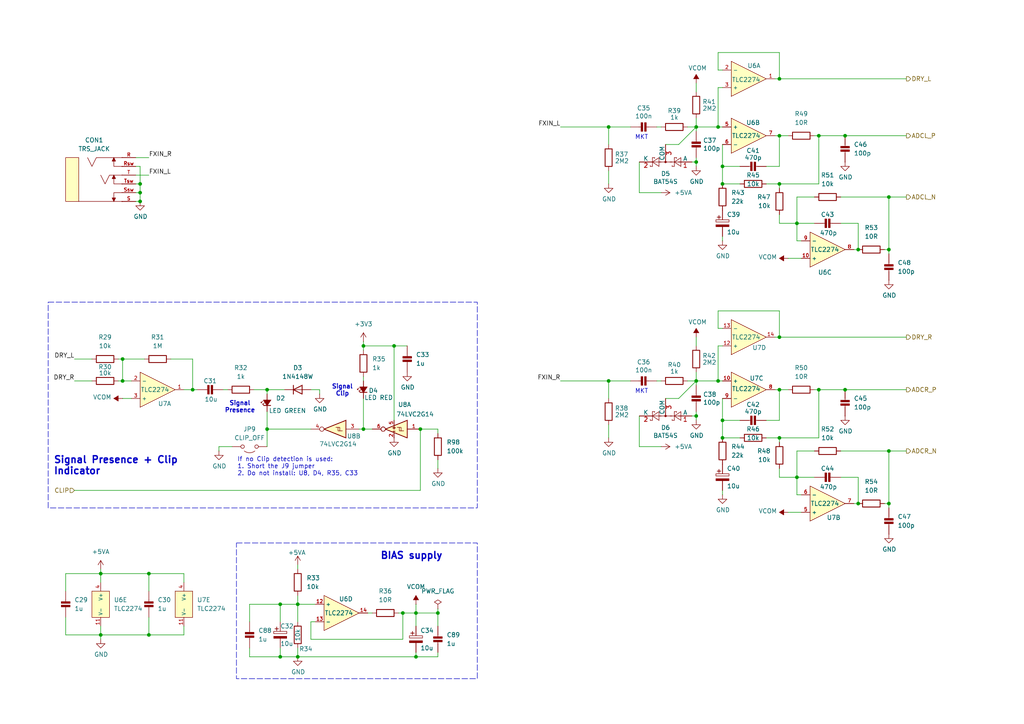
<source format=kicad_sch>
(kicad_sch (version 20231120) (generator "eeschema") (generator_version "8.0")
  (paper "A4")
  (title_block (title "TGX4 ") (date "2024-06-12") (rev "2.0") (company "www.hexefx.com") (comment 1 "Design: Piotr Zapart"))
  (lib_symbols
    (symbol "BAT54S_1" (pin_names (offset 0))
      (property "Reference" "D" (at 2.54 -5.08 0))
      (property "Value" "BAT54S" (at -6.35 3.175 0))
      (symbol "BAT54S_1_0_1"
        (polyline (pts (xy -3.81 0) (xy -1.27 0)))
        (polyline (pts (xy -3.175 -1.27) (xy -3.175 -1.016)))
        (polyline (pts (xy -2.54 -1.27) (xy -3.175 -1.27)))
        (polyline (pts (xy -2.54 -1.27) (xy -2.54 1.27)))
        (polyline (pts (xy -2.54 1.27) (xy -1.905 1.27)))
        (polyline (pts (xy -1.905 0) (xy 1.905 0)))
        (polyline (pts (xy -1.905 1.27) (xy -1.905 1.016)))
        (polyline (pts (xy 1.27 0) (xy 3.81 0)))
        (polyline (pts (xy 3.175 -1.27) (xy 3.175 -1.016)))
        (polyline (pts (xy 3.81 -1.27) (xy 3.175 -1.27)))
        (polyline (pts (xy 3.81 -1.27) (xy 3.81 1.27)))
        (polyline (pts (xy 3.81 1.27) (xy 4.445 1.27)))
        (polyline (pts (xy 4.445 1.27) (xy 4.445 1.016)))
        (polyline (pts (xy -4.445 1.27) (xy -4.445 -1.27) (xy -2.54 0) (xy -4.445 1.27)))
        (polyline (pts (xy 1.905 1.27) (xy 1.905 -1.27) (xy 3.81 0) (xy 1.905 1.27)))
        (circle (center 0 0) (radius 0.254) (fill (type outline)))
      )
      (symbol "BAT54S_1_1_1"
        (pin passive line (at -7.62 0 0) (length 3.81) (name "A") (number "1"))
        (pin passive line (at 7.62 0 180) (length 3.81) (name "K") (number "2"))
        (pin passive line (at 0 -5.08 90) (length 5.08) (name "COM") (number "3"))
      )
    )
    (symbol "Device:LED_Small_Filled" (pin_numbers hide) (pin_names (offset 0.254) hide)
      (property "Reference" "D" (at -1.27 3.175 0))
      (property "Value" "LED_Small_Filled" (at -4.445 -2.54 0))
      (symbol "LED_Small_Filled_0_1"
        (polyline (pts (xy -0.762 -1.016) (xy -0.762 1.016)) (stroke (width 0.254)))
        (polyline (pts (xy 1.016 0) (xy -0.762 0)))
        (polyline (pts (xy 0.762 -1.016) (xy -0.762 0) (xy 0.762 1.016) (xy 0.762 -1.016)) (stroke (width 0.254)) (fill (type outline)))
        (polyline (pts (xy 0 0.762) (xy -0.508 1.27) (xy -0.254 1.27) (xy -0.508 1.27) (xy -0.508 1.016)))
        (polyline (pts (xy 0.508 1.27) (xy 0 1.778) (xy 0.254 1.778) (xy 0 1.778) (xy 0 1.524)))
      )
      (symbol "LED_Small_Filled_1_1"
        (pin passive line (at -2.54 0 0) (length 1.778) (name "K") (number "1"))
        (pin passive line (at 2.54 0 180) (length 1.778) (name "A") (number "2"))
      )
    )
    (symbol "Device:R" (pin_numbers hide) (pin_names (offset 0))
      (property "Reference" "R" (at 2.032 0 90))
      (property "Value" "R" (at 0 0 90))
      (symbol "R_0_1"
        (rectangle (start -1.016 -2.54) (end 1.016 2.54) (stroke (width 0.254)))
      )
      (symbol "R_1_1"
        (pin passive line (at 0 3.81 270) (length 1.27) (name "~") (number "1"))
        (pin passive line (at 0 -3.81 90) (length 1.27) (name "~") (number "2"))
      )
    )
    (symbol "Diode:1N4148W" (pin_numbers hide) (pin_names hide)
      (property "Reference" "D" (at 0 2.54 0))
      (property "Value" "1N4148W" (at 0 -2.54 0))
      (symbol "1N4148W_0_1"
        (polyline (pts (xy -1.27 1.27) (xy -1.27 -1.27)) (stroke (width 0.254)))
        (polyline (pts (xy 1.27 0) (xy -1.27 0)))
        (polyline (pts (xy 1.27 1.27) (xy 1.27 -1.27) (xy -1.27 0) (xy 1.27 1.27)) (stroke (width 0.254)))
      )
      (symbol "1N4148W_1_1"
        (pin passive line (at -3.81 0 0) (length 2.54) (name "K") (number "1"))
        (pin passive line (at 3.81 0 180) (length 2.54) (name "A") (number "2"))
      )
    )
    (symbol "Diode:BAT54S" (pin_names (offset 0))
      (property "Reference" "D" (at 2.54 -5.08 0))
      (property "Value" "BAT54S" (at -6.35 3.175 0))
      (symbol "BAT54S_0_1"
        (polyline (pts (xy -3.81 0) (xy -1.27 0)))
        (polyline (pts (xy -3.175 -1.27) (xy -3.175 -1.016)))
        (polyline (pts (xy -2.54 -1.27) (xy -3.175 -1.27)))
        (polyline (pts (xy -2.54 -1.27) (xy -2.54 1.27)))
        (polyline (pts (xy -2.54 1.27) (xy -1.905 1.27)))
        (polyline (pts (xy -1.905 0) (xy 1.905 0)))
        (polyline (pts (xy -1.905 1.27) (xy -1.905 1.016)))
        (polyline (pts (xy 1.27 0) (xy 3.81 0)))
        (polyline (pts (xy 3.175 -1.27) (xy 3.175 -1.016)))
        (polyline (pts (xy 3.81 -1.27) (xy 3.175 -1.27)))
        (polyline (pts (xy 3.81 -1.27) (xy 3.81 1.27)))
        (polyline (pts (xy 3.81 1.27) (xy 4.445 1.27)))
        (polyline (pts (xy 4.445 1.27) (xy 4.445 1.016)))
        (polyline (pts (xy -4.445 1.27) (xy -4.445 -1.27) (xy -2.54 0) (xy -4.445 1.27)))
        (polyline (pts (xy 1.905 1.27) (xy 1.905 -1.27) (xy 3.81 0) (xy 1.905 1.27)))
        (circle (center 0 0) (radius 0.254) (fill (type outline)))
      )
      (symbol "BAT54S_1_1"
        (pin passive line (at -7.62 0 0) (length 3.81) (name "A") (number "1"))
        (pin passive line (at 7.62 0 180) (length 3.81) (name "K") (number "2"))
        (pin passive line (at 0 -5.08 90) (length 5.08) (name "COM") (number "3"))
      )
    )
    (symbol "H_74XX:74LVC2G14" (pin_names (offset 1.016))
      (property "Reference" "U" (at -2.54 3.81 0))
      (property "Value" "74LVC2G14" (at 6.35 -1.778 0))
      (symbol "74LVC2G14_0_1"
        (polyline (pts (xy -2.794 -0.508) (xy -2.032 -0.508)))
        (polyline (pts (xy -1.524 0.508) (xy -0.889 0.508)))
        (polyline (pts (xy -3.81 2.54) (xy -3.81 -2.54) (xy 2.54 0) (xy -3.81 2.54)) (stroke (width 0.254)) (fill (type background)))
        (polyline (pts (xy -2.032 -0.508) (xy -1.524 -0.508) (xy -1.524 0.508) (xy -2.032 0.508) (xy -2.032 -0.508)))
      )
      (symbol "74LVC2G14_1_1"
        (polyline (pts (xy -0.381 0.381) (xy 0.381 0.381)) (stroke (width 0.254)))
        (polyline (pts (xy -0.254 -0.635) (xy 0.254 -0.635)) (stroke (width 0.254)))
        (polyline (pts (xy 0 0.762) (xy 0 0)) (stroke (width 0.254)))
        (pin input line (at -7.62 0 0) (length 3.81) (name "~") (number "1"))
        (pin power_in line (at 0 -2.54 90) (length 1.4478) (name "~") (number "2"))
        (pin power_in line (at 0 2.54 270) (length 1.4478) (name "~") (number "5"))
        (pin output inverted (at 6.35 0 180) (length 3.81) (name "~") (number "6"))
      )
      (symbol "74LVC2G14_2_1"
        (pin input line (at -7.62 0 0) (length 3.81) (name "~") (number "3"))
        (pin output inverted (at 6.35 0 180) (length 3.81) (name "~") (number "4"))
      )
    )
    (symbol "H_connectors:TRS_JACK" (pin_names (offset 1.016))
      (property "Reference" "CON" (at 0 8.89 0))
      (property "Value" "TRS_JACK" (at 1.27 -8.89 0))
      (symbol "TRS_JACK_0_1"
        (rectangle (start -8.89 6.35) (end -5.08 -6.35) (stroke (width 0.1524)) (fill (type background)))
        (polyline (pts (xy -5.08 -6.35) (xy 7.62 -6.35)) (stroke (width 0.1524)))
        (polyline (pts (xy -2.54 6.35) (xy -1.27 3.81) (xy 0 6.35) (xy 7.62 6.35)) (stroke (width 0.1524)))
        (polyline (pts (xy 5.08 -6.35) (xy 4.572 -5.334) (xy 5.588 -5.334) (xy 5.08 -6.35)) (stroke (width 0.1524)) (fill (type outline)))
        (polyline (pts (xy 5.08 1.27) (xy 4.572 0.254) (xy 5.588 0.254) (xy 5.08 1.27)) (stroke (width 0.1524)) (fill (type outline)))
        (polyline (pts (xy 5.08 6.35) (xy 4.572 5.334) (xy 5.588 5.334) (xy 5.08 6.35)) (stroke (width 0.1524)) (fill (type outline)))
        (polyline (pts (xy 6.858 -3.81) (xy 7.62 -3.81) (xy 5.08 -3.81) (xy 5.08 -6.35)) (stroke (width 0.1524)))
        (polyline (pts (xy 6.858 -1.27) (xy 7.62 -1.27) (xy 5.08 -1.27) (xy 5.08 1.27)) (stroke (width 0.1524)))
        (polyline (pts (xy 6.858 3.81) (xy 7.62 3.81) (xy 5.08 3.81) (xy 5.08 6.35)) (stroke (width 0.1524)))
        (polyline (pts (xy 7.62 1.27) (xy 3.81 1.27) (xy 2.54 -1.27) (xy 1.27 1.27)) (stroke (width 0.1524)))
      )
      (symbol "TRS_JACK_1_1"
        (pin passive line (at 11.43 6.35 180) (length 4.064) (name "~") (number "R"))
        (pin passive line (at 11.43 3.81 180) (length 4.064) (name "~") (number "Rsw"))
        (pin passive line (at 11.43 -6.35 180) (length 4.064) (name "~") (number "S"))
        (pin passive line (at 11.43 -3.81 180) (length 4.064) (name "~") (number "Ssw"))
        (pin passive line (at 11.43 1.27 180) (length 4.064) (name "~") (number "T"))
        (pin passive line (at 11.43 -1.27 180) (length 4.064) (name "~") (number "Tsw"))
      )
    )
    (symbol "H_linear:QuadOpamp"
      (property "Reference" "U" (at 0.127 4.826 0))
      (property "Value" "QuadOpamp" (at 0.635 -5.207 0))
      (symbol "QuadOpamp_1_1"
        (polyline (pts (xy -2.54 5.08) (xy 7.62 0) (xy -2.54 -5.08) (xy -2.54 5.08)) (stroke (width 0.1524)) (fill (type background)))
        (pin output line (at 10.16 0 180) (length 2.54) (name "~") (number "1"))
        (pin input line (at -5.08 -2.54 0) (length 2.54) (name "-") (number "2"))
        (pin input line (at -5.08 2.54 0) (length 2.54) (name "+") (number "3"))
      )
      (symbol "QuadOpamp_2_1"
        (polyline (pts (xy -2.54 5.08) (xy -2.54 -5.08) (xy 7.62 0) (xy -2.54 5.08)) (stroke (width 0.1524)) (fill (type background)))
        (pin input line (at -5.08 2.54 0) (length 2.54) (name "+") (number "5"))
        (pin input line (at -5.08 -2.54 0) (length 2.54) (name "-") (number "6"))
        (pin output line (at 10.16 0 180) (length 2.54) (name "~") (number "7"))
      )
      (symbol "QuadOpamp_3_1"
        (polyline (pts (xy -2.54 5.08) (xy 7.62 0) (xy -2.54 -5.08) (xy -2.54 5.08)) (stroke (width 0.1524)) (fill (type background)))
        (pin input line (at -5.08 2.54 0) (length 2.54) (name "+") (number "10"))
        (pin output line (at 10.16 0 180) (length 2.54) (name "~") (number "8"))
        (pin input line (at -5.08 -2.54 0) (length 2.54) (name "-") (number "9"))
      )
      (symbol "QuadOpamp_4_1"
        (polyline (pts (xy -2.54 5.08) (xy 7.62 0) (xy -2.54 -5.08) (xy -2.54 5.08)) (stroke (width 0.1524)) (fill (type background)))
        (pin input line (at -5.08 2.54 0) (length 2.54) (name "+") (number "12"))
        (pin input line (at -5.08 -2.54 0) (length 2.54) (name "-") (number "13"))
        (pin output line (at 10.16 0 180) (length 2.54) (name "~") (number "14"))
      )
      (symbol "QuadOpamp_5_1"
        (rectangle (start -2.54 3.81) (end 2.54 -3.81) (fill (type background)))
        (pin power_in line (at 0 -6.35 90) (length 2.54) (name "V-") (number "11"))
        (pin power_in line (at 0 6.35 270) (length 2.54) (name "V+") (number "4"))
      )
    )
    (symbol "H_passives:CAP_NP" (pin_names (offset 1.016))
      (property "Reference" "C" (at -2.286 -0.0254 90))
      (property "Value" "CAP_NP" (at 2.286 -0.0254 90))
      (symbol "CAP_NP_1_0"
        (rectangle (start -1.27 -0.762) (end 1.27 -0.254) (fill (type outline)))
        (rectangle (start -1.27 0.254) (end 1.27 0.762) (fill (type outline)))
        (polyline (pts (xy 0 -0.508) (xy 0 -1.27)))
        (polyline (pts (xy 0 1.27) (xy 0 0.508)))
        (pin passive line (at 0 3.81 270) (length 2.54) (name "1") (number "1"))
        (pin passive line (at 0 -3.81 90) (length 2.54) (name "2") (number "2"))
      )
    )
    (symbol "H_passives:CAP_POL" (pin_numbers hide) (pin_names (offset 0.254))
      (property "Reference" "C" (at 0 2.54 0))
      (property "Value" "CAP_POL" (at 0.1524 -2.159 0))
      (symbol "CAP_POL_0_1"
        (rectangle (start -1.905 -0.381) (end 1.905 -1.016) (stroke (width 0.1016)) (fill (type outline)))
        (rectangle (start -1.905 1.016) (end 1.905 0.381) (stroke (width 0.1524)))
        (polyline (pts (xy -1.524 1.778) (xy -0.508 1.778)) (stroke (width 0.2032)))
        (polyline (pts (xy -1.016 2.286) (xy -1.016 1.27)) (stroke (width 0.2032)))
      )
      (symbol "CAP_POL_1_1"
        (pin passive line (at 0 3.81 270) (length 2.794) (name "~") (number "1"))
        (pin passive line (at 0 -3.81 90) (length 2.8956) (name "~") (number "2"))
      )
    )
    (symbol "Jumper:Jumper_2_Open" (pin_numbers hide) (pin_names (offset 0) hide) (exclude_from_sim yes)
      (property "Reference" "JP" (at 0 2.794 0))
      (property "Value" "Jumper_2_Open" (at 0 -2.286 0))
      (symbol "Jumper_2_Open_0_0"
        (circle (center -2.032 0) (radius 0.508))
        (circle (center 2.032 0) (radius 0.508))
      )
      (symbol "Jumper_2_Open_0_1"
        (arc (start 1.524 1.27) (mid 0 1.778) (end -1.524 1.27))
      )
      (symbol "Jumper_2_Open_1_1"
        (pin passive line (at -5.08 0 0) (length 2.54) (name "A") (number "1"))
        (pin passive line (at 5.08 0 180) (length 2.54) (name "B") (number "2"))
      )
    )
    (symbol "power:+3V3" (power) (pin_numbers hide) (pin_names (offset 0) hide)
      (property "Value" "+3V3" (at 0 3.556 0))
      (symbol "+3V3_0_1"
        (polyline (pts (xy -0.762 1.27) (xy 0 2.54)))
        (polyline (pts (xy 0 0) (xy 0 2.54)))
        (polyline (pts (xy 0 2.54) (xy 0.762 1.27)))
      )
      (symbol "+3V3_1_1"
        (pin power_in line (at 0 0 90) (length 0) (name "~") (number "1"))
      )
    )
    (symbol "power:+5VA" (power) (pin_numbers hide) (pin_names (offset 0) hide)
      (property "Value" "+5VA" (at 0 3.556 0))
      (symbol "+5VA_0_1"
        (polyline (pts (xy -0.762 1.27) (xy 0 2.54)))
        (polyline (pts (xy 0 0) (xy 0 2.54)))
        (polyline (pts (xy 0 2.54) (xy 0.762 1.27)))
      )
      (symbol "+5VA_1_1"
        (pin power_in line (at 0 0 90) (length 0) (name "~") (number "1"))
      )
    )
    (symbol "power:GND" (power) (pin_numbers hide) (pin_names (offset 0) hide)
      (property "Value" "GND" (at 0 -3.81 0))
      (symbol "GND_0_1"
        (polyline (pts (xy 0 0) (xy 0 -1.27) (xy 1.27 -1.27) (xy 0 -2.54) (xy -1.27 -1.27) (xy 0 -1.27)))
      )
      (symbol "GND_1_1"
        (pin power_in line (at 0 0 270) (length 0) (name "~") (number "1"))
      )
    )
    (symbol "power:PWR_FLAG" (power) (pin_numbers hide) (pin_names (offset 0) hide)
      (property "Value" "PWR_FLAG" (at 0 3.81 0))
      (symbol "PWR_FLAG_0_0"
        (pin power_out line (at 0 0 90) (length 0) (name "~") (number "1"))
      )
      (symbol "PWR_FLAG_0_1"
        (polyline (pts (xy 0 0) (xy 0 1.27) (xy -1.016 1.905) (xy 0 2.54) (xy 1.016 1.905) (xy 0 1.27)))
      )
    )
    (symbol "power:VCOM" (power) (pin_numbers hide) (pin_names (offset 0) hide)
      (property "Value" "VCOM" (at 0 3.556 0))
      (symbol "VCOM_0_1"
        (polyline (pts (xy 0 0) (xy 0 2.54)))
        (polyline (pts (xy 0.762 1.27) (xy -0.762 1.27) (xy 0 2.54) (xy 0.762 1.27)) (fill (type outline)))
      )
      (symbol "VCOM_1_1"
        (pin power_in line (at 0 0 90) (length 0) (name "~") (number "1"))
      )
    )
  )
  (junction (at 86.36 175.26))
  (junction (at 120.65 177.8))
  (junction (at 231.14 64.77))
  (junction (at 116.84 177.8))
  (junction (at 209.55 121.92))
  (junction (at 35.56 110.49))
  (junction (at 77.47 113.03))
  (junction (at 201.93 46.99))
  (junction (at 226.06 39.37))
  (junction (at 176.53 36.83))
  (junction (at 114.3 100.33))
  (junction (at 35.56 104.14))
  (junction (at 209.55 53.34))
  (junction (at 201.93 110.49))
  (junction (at 226.06 22.86))
  (junction (at 237.49 113.03))
  (junction (at 105.41 124.46))
  (junction (at 81.28 190.5))
  (junction (at 237.49 39.37))
  (junction (at 248.92 72.39))
  (junction (at 226.06 53.34))
  (junction (at 231.14 138.43))
  (junction (at 208.28 110.49))
  (junction (at 201.93 120.65))
  (junction (at 257.81 130.81))
  (junction (at 257.81 57.15))
  (junction (at 209.55 127))
  (junction (at 208.28 36.83))
  (junction (at 257.81 72.39))
  (junction (at 29.21 184.15))
  (junction (at 55.88 113.03))
  (junction (at 105.41 100.33))
  (junction (at 257.81 146.05))
  (junction (at 29.21 166.37))
  (junction (at 201.93 36.83))
  (junction (at 226.06 97.79))
  (junction (at 43.18 184.15))
  (junction (at 40.64 53.34))
  (junction (at 176.53 110.49))
  (junction (at 248.92 146.05))
  (junction (at 127 177.8))
  (junction (at 43.18 166.37))
  (junction (at 245.11 113.03))
  (junction (at 226.06 113.03))
  (junction (at 40.64 58.42))
  (junction (at 226.06 127))
  (junction (at 77.47 124.46))
  (junction (at 86.36 190.5))
  (junction (at 209.55 48.26))
  (junction (at 245.11 39.37))
  (junction (at 121.92 124.46))
  (junction (at 120.65 190.5))
  (junction (at 40.64 55.88))
  (junction (at 81.28 175.26))
  (wire (pts (xy 92.71 114.3) (xy 92.71 113.03)))
  (wire (pts (xy 231.14 57.15) (xy 236.22 57.15)))
  (wire (pts (xy 237.49 39.37) (xy 236.22 39.37)))
  (wire (pts (xy 231.14 143.51) (xy 231.14 138.43)))
  (wire (pts (xy 257.81 130.81) (xy 257.81 146.05)))
  (wire (pts (xy 208.28 20.32) (xy 208.28 15.24)))
  (wire (pts (xy 237.49 113.03) (xy 237.49 127)))
  (wire (pts (xy 237.49 39.37) (xy 245.11 39.37)))
  (wire (pts (xy 201.93 46.99) (xy 201.93 45.72)))
  (wire (pts (xy 53.34 184.15) (xy 53.34 181.61)))
  (wire (pts (xy 214.63 53.34) (xy 209.55 53.34)))
  (wire (pts (xy 127 181.61) (xy 127 177.8)))
  (wire (pts (xy 105.41 99.06) (xy 105.41 100.33)))
  (wire (pts (xy 77.47 114.3) (xy 77.47 113.03)))
  (wire (pts (xy 199.39 36.83) (xy 201.93 36.83)))
  (wire (pts (xy 176.53 49.53) (xy 176.53 53.34)))
  (wire (pts (xy 209.55 53.34) (xy 209.55 48.26)))
  (wire (pts (xy 248.92 72.39) (xy 248.92 64.77)))
  (wire (pts (xy 209.55 95.25) (xy 208.28 95.25)))
  (wire (pts (xy 185.42 129.54) (xy 185.42 120.65)))
  (wire (pts (xy 43.18 184.15) (xy 53.34 184.15)))
  (wire (pts (xy 176.53 123.19) (xy 176.53 127)))
  (wire (pts (xy 209.55 115.57) (xy 209.55 121.92)))
  (wire (pts (xy 121.92 124.46) (xy 127 124.46)))
  (wire (pts (xy 247.65 72.39) (xy 248.92 72.39)))
  (wire (pts (xy 248.92 146.05) (xy 248.92 138.43)))
  (wire (pts (xy 86.36 175.26) (xy 81.28 175.26)))
  (wire (pts (xy 29.21 166.37) (xy 19.05 166.37)))
  (wire (pts (xy 86.36 190.5) (xy 120.65 190.5)))
  (wire (pts (xy 35.56 104.14) (xy 41.91 104.14)))
  (wire (pts (xy 40.64 55.88) (xy 40.64 53.34)))
  (wire (pts (xy 185.42 55.88) (xy 185.42 46.99)))
  (wire (pts (xy 29.21 166.37) (xy 43.18 166.37)))
  (wire (pts (xy 105.41 124.46) (xy 107.95 124.46)))
  (wire (pts (xy 226.06 53.34) (xy 222.25 53.34)))
  (wire (pts (xy 35.56 110.49) (xy 38.1 110.49)))
  (wire (pts (xy 208.28 110.49) (xy 201.93 110.49)))
  (wire (pts (xy 201.93 111.76) (xy 201.93 110.49)))
  (wire (pts (xy 77.47 113.03) (xy 82.55 113.03)))
  (wire (pts (xy 39.37 45.72) (xy 43.18 45.72)))
  (wire (pts (xy 209.55 110.49) (xy 208.28 110.49)))
  (wire (pts (xy 231.14 64.77) (xy 236.22 64.77)))
  (wire (pts (xy 81.28 190.5) (xy 72.39 190.5)))
  (wire (pts (xy 121.92 124.46) (xy 121.92 142.24)))
  (wire (pts (xy 222.25 121.92) (xy 226.06 121.92)))
  (wire (pts (xy 53.34 113.03) (xy 55.88 113.03)))
  (wire (pts (xy 231.14 69.85) (xy 231.14 64.77)))
  (wire (pts (xy 193.04 41.91) (xy 196.85 41.91)))
  (wire (pts (xy 162.56 36.83) (xy 176.53 36.83)))
  (wire (pts (xy 226.06 138.43) (xy 231.14 138.43)))
  (wire (pts (xy 29.21 184.15) (xy 43.18 184.15)))
  (wire (pts (xy 107.95 177.8) (xy 106.68 177.8)))
  (wire (pts (xy 228.6 113.03) (xy 226.06 113.03)))
  (wire (pts (xy 208.28 25.4) (xy 209.55 25.4)))
  (wire (pts (xy 243.84 130.81) (xy 257.81 130.81)))
  (wire (pts (xy 231.14 130.81) (xy 236.22 130.81)))
  (wire (pts (xy 21.59 110.49) (xy 26.67 110.49)))
  (wire (pts (xy 73.66 113.03) (xy 77.47 113.03)))
  (wire (pts (xy 237.49 113.03) (xy 245.11 113.03)))
  (wire (pts (xy 86.36 187.96) (xy 86.36 190.5)))
  (wire (pts (xy 228.6 148.59) (xy 232.41 148.59)))
  (wire (pts (xy 72.39 175.26) (xy 72.39 180.34)))
  (wire (pts (xy 40.64 53.34) (xy 40.64 48.26)))
  (wire (pts (xy 228.6 74.93) (xy 232.41 74.93)))
  (wire (pts (xy 243.84 138.43) (xy 248.92 138.43)))
  (wire (pts (xy 208.28 100.33) (xy 208.28 110.49)))
  (wire (pts (xy 237.49 39.37) (xy 237.49 53.34)))
  (wire (pts (xy 208.28 36.83) (xy 208.28 25.4)))
  (wire (pts (xy 162.56 110.49) (xy 176.53 110.49)))
  (wire (pts (xy 201.93 48.26) (xy 201.93 46.99)))
  (wire (pts (xy 209.55 142.24) (xy 209.55 143.51)))
  (wire (pts (xy 57.15 113.03) (xy 55.88 113.03)))
  (wire (pts (xy 257.81 57.15) (xy 257.81 72.39)))
  (wire (pts (xy 214.63 127) (xy 209.55 127)))
  (wire (pts (xy 34.29 110.49) (xy 35.56 110.49)))
  (wire (pts (xy 90.17 180.34) (xy 90.17 185.42)))
  (wire (pts (xy 226.06 62.23) (xy 226.06 64.77)))
  (wire (pts (xy 21.59 142.24) (xy 121.92 142.24)))
  (wire (pts (xy 86.36 163.83) (xy 86.36 165.1)))
  (wire (pts (xy 257.81 72.39) (xy 256.54 72.39)))
  (wire (pts (xy 228.6 39.37) (xy 226.06 39.37)))
  (wire (pts (xy 209.55 41.91) (xy 209.55 48.26)))
  (wire (pts (xy 105.41 115.57) (xy 105.41 124.46)))
  (wire (pts (xy 90.17 185.42) (xy 116.84 185.42)))
  (wire (pts (xy 226.06 135.89) (xy 226.06 138.43)))
  (wire (pts (xy 77.47 124.46) (xy 77.47 129.54)))
  (wire (pts (xy 40.64 58.42) (xy 39.37 58.42)))
  (wire (pts (xy 67.31 129.54) (xy 63.5 129.54)))
  (wire (pts (xy 39.37 55.88) (xy 40.64 55.88)))
  (wire (pts (xy 257.81 130.81) (xy 262.89 130.81)))
  (wire (pts (xy 176.53 110.49) (xy 176.53 115.57)))
  (wire (pts (xy 237.49 53.34) (xy 226.06 53.34)))
  (wire (pts (xy 226.06 64.77) (xy 231.14 64.77)))
  (wire (pts (xy 40.64 55.88) (xy 40.64 58.42)))
  (wire (pts (xy 237.49 127) (xy 226.06 127)))
  (wire (pts (xy 226.06 90.17) (xy 226.06 97.79)))
  (wire (pts (xy 104.14 124.46) (xy 105.41 124.46)))
  (wire (pts (xy 176.53 110.49) (xy 182.88 110.49)))
  (wire (pts (xy 190.5 36.83) (xy 191.77 36.83)))
  (wire (pts (xy 81.28 175.26) (xy 72.39 175.26)))
  (wire (pts (xy 120.65 177.8) (xy 120.65 181.61)))
  (wire (pts (xy 226.06 127) (xy 226.06 128.27)))
  (wire (pts (xy 208.28 15.24) (xy 226.06 15.24)))
  (wire (pts (xy 232.41 143.51) (xy 231.14 143.51)))
  (wire (pts (xy 201.93 121.92) (xy 201.93 120.65)))
  (wire (pts (xy 245.11 39.37) (xy 262.89 39.37)))
  (wire (pts (xy 90.17 113.03) (xy 92.71 113.03)))
  (wire (pts (xy 231.14 138.43) (xy 236.22 138.43)))
  (wire (pts (xy 226.06 127) (xy 222.25 127)))
  (wire (pts (xy 114.3 121.92) (xy 114.3 100.33)))
  (wire (pts (xy 35.56 104.14) (xy 34.29 104.14)))
  (wire (pts (xy 201.93 38.1) (xy 201.93 36.83)))
  (wire (pts (xy 39.37 50.8) (xy 43.18 50.8)))
  (wire (pts (xy 201.93 34.29) (xy 201.93 36.83)))
  (wire (pts (xy 201.93 120.65) (xy 201.93 119.38)))
  (wire (pts (xy 105.41 109.22) (xy 105.41 110.49)))
  (wire (pts (xy 208.28 90.17) (xy 226.06 90.17)))
  (wire (pts (xy 226.06 22.86) (xy 224.79 22.86)))
  (wire (pts (xy 209.55 100.33) (xy 208.28 100.33)))
  (wire (pts (xy 116.84 177.8) (xy 115.57 177.8)))
  (wire (pts (xy 81.28 175.26) (xy 81.28 180.34)))
  (wire (pts (xy 176.53 36.83) (xy 176.53 41.91)))
  (wire (pts (xy 55.88 104.14) (xy 49.53 104.14)))
  (wire (pts (xy 116.84 185.42) (xy 116.84 177.8)))
  (wire (pts (xy 86.36 175.26) (xy 91.44 175.26)))
  (wire (pts (xy 222.25 48.26) (xy 226.06 48.26)))
  (wire (pts (xy 191.77 129.54) (xy 185.42 129.54)))
  (wire (pts (xy 199.39 110.49) (xy 201.93 110.49)))
  (wire (pts (xy 193.04 115.57) (xy 196.85 115.57)))
  (wire (pts (xy 209.55 127) (xy 209.55 121.92)))
  (wire (pts (xy 127 133.35) (xy 127 135.89)))
  (wire (pts (xy 209.55 48.26) (xy 214.63 48.26)))
  (wire (pts (xy 257.81 146.05) (xy 257.81 147.32)))
  (wire (pts (xy 81.28 190.5) (xy 81.28 187.96)))
  (wire (pts (xy 29.21 166.37) (xy 29.21 168.91)))
  (wire (pts (xy 21.59 104.14) (xy 26.67 104.14)))
  (wire (pts (xy 243.84 57.15) (xy 257.81 57.15)))
  (wire (pts (xy 176.53 36.83) (xy 182.88 36.83)))
  (wire (pts (xy 201.93 97.79) (xy 201.93 100.33)))
  (wire (pts (xy 243.84 64.77) (xy 248.92 64.77)))
  (wire (pts (xy 86.36 172.72) (xy 86.36 175.26)))
  (wire (pts (xy 208.28 36.83) (xy 201.93 36.83)))
  (wire (pts (xy 77.47 124.46) (xy 77.47 119.38)))
  (wire (pts (xy 201.93 24.13) (xy 201.93 26.67)))
  (wire (pts (xy 86.36 175.26) (xy 86.36 180.34)))
  (wire (pts (xy 43.18 179.07) (xy 43.18 184.15)))
  (wire (pts (xy 226.06 97.79) (xy 262.89 97.79)))
  (wire (pts (xy 226.06 48.26) (xy 226.06 39.37)))
  (wire (pts (xy 232.41 69.85) (xy 231.14 69.85)))
  (wire (pts (xy 224.79 97.79) (xy 226.06 97.79)))
  (wire (pts (xy 105.41 100.33) (xy 105.41 101.6)))
  (wire (pts (xy 127 125.73) (xy 127 124.46)))
  (wire (pts (xy 81.28 190.5) (xy 86.36 190.5)))
  (wire (pts (xy 29.21 184.15) (xy 19.05 184.15)))
  (wire (pts (xy 127 177.8) (xy 120.65 177.8)))
  (wire (pts (xy 257.81 72.39) (xy 257.81 73.66)))
  (wire (pts (xy 257.81 57.15) (xy 262.89 57.15)))
  (wire (pts (xy 29.21 184.15) (xy 29.21 185.42)))
  (wire (pts (xy 226.06 22.86) (xy 262.89 22.86)))
  (wire (pts (xy 19.05 166.37) (xy 19.05 171.45)))
  (wire (pts (xy 209.55 68.58) (xy 209.55 69.85)))
  (wire (pts (xy 72.39 190.5) (xy 72.39 187.96)))
  (wire (pts (xy 257.81 146.05) (xy 256.54 146.05)))
  (wire (pts (xy 247.65 146.05) (xy 248.92 146.05)))
  (wire (pts (xy 208.28 95.25) (xy 208.28 90.17)))
  (wire (pts (xy 191.77 55.88) (xy 185.42 55.88)))
  (wire (pts (xy 226.06 15.24) (xy 226.06 22.86)))
  (wire (pts (xy 226.06 39.37) (xy 224.79 39.37)))
  (wire (pts (xy 245.11 113.03) (xy 262.89 113.03)))
  (wire (pts (xy 196.85 41.91) (xy 201.93 36.83)))
  (wire (pts (xy 35.56 110.49) (xy 35.56 104.14)))
  (wire (pts (xy 237.49 113.03) (xy 236.22 113.03)))
  (wire (pts (xy 77.47 124.46) (xy 90.17 124.46)))
  (wire (pts (xy 190.5 110.49) (xy 191.77 110.49)))
  (wire (pts (xy 196.85 115.57) (xy 201.93 110.49)))
  (wire (pts (xy 127 190.5) (xy 127 189.23)))
  (wire (pts (xy 209.55 121.92) (xy 214.63 121.92)))
  (wire (pts (xy 200.66 46.99) (xy 201.93 46.99)))
  (wire (pts (xy 114.3 100.33) (xy 118.11 100.33)))
  (wire (pts (xy 35.56 115.57) (xy 38.1 115.57)))
  (wire (pts (xy 231.14 138.43) (xy 231.14 130.81)))
  (wire (pts (xy 200.66 120.65) (xy 201.93 120.65)))
  (wire (pts (xy 90.17 180.34) (xy 91.44 180.34)))
  (wire (pts (xy 63.5 129.54) (xy 63.5 130.81)))
  (wire (pts (xy 201.93 107.95) (xy 201.93 110.49)))
  (wire (pts (xy 40.64 48.26) (xy 39.37 48.26)))
  (wire (pts (xy 120.65 190.5) (xy 120.65 189.23)))
  (wire (pts (xy 209.55 36.83) (xy 208.28 36.83)))
  (wire (pts (xy 226.06 113.03) (xy 224.79 113.03)))
  (wire (pts (xy 55.88 104.14) (xy 55.88 113.03)))
  (wire (pts (xy 43.18 166.37) (xy 53.34 166.37)))
  (wire (pts (xy 43.18 166.37) (xy 43.18 171.45)))
  (wire (pts (xy 231.14 64.77) (xy 231.14 57.15)))
  (wire (pts (xy 114.3 100.33) (xy 105.41 100.33)))
  (wire (pts (xy 40.64 53.34) (xy 39.37 53.34)))
  (wire (pts (xy 127 176.53) (xy 127 177.8)))
  (wire (pts (xy 226.06 121.92) (xy 226.06 113.03)))
  (wire (pts (xy 29.21 181.61) (xy 29.21 184.15)))
  (wire (pts (xy 120.65 175.26) (xy 120.65 177.8)))
  (wire (pts (xy 208.28 20.32) (xy 209.55 20.32)))
  (wire (pts (xy 53.34 166.37) (xy 53.34 168.91)))
  (wire (pts (xy 120.65 177.8) (xy 116.84 177.8)))
  (wire (pts (xy 29.21 165.1) (xy 29.21 166.37)))
  (wire (pts (xy 226.06 53.34) (xy 226.06 54.61)))
  (wire (pts (xy 64.77 113.03) (xy 66.04 113.03)))
  (wire (pts (xy 120.65 190.5) (xy 127 190.5)))
  (wire (pts (xy 19.05 184.15) (xy 19.05 179.07)))
  (rectangle (start 68.58 157.48) (end 138.43 196.85) (stroke (width 0) (type dash)))
  (rectangle (start 13.97 87.63) (end 138.43 147.32) (stroke (width 0) (type dash)))
  (text "MKT" (at 184.15 114.3 0) (effects (font (size 1.27 1.27)) (justify left bottom)))
  (text "If no Clip detection is used:\n1. Short the J9 jumper\n2. Do not install: U8, D4, R35, C33" (at 68.834 135.382 0) (effects (font (size 1.27 1.27)) (justify left)))
  (text "Signal Presence + Clip\nIndicator" (at 15.494 135.128 0) (effects (font (size 2 2) (bold yes)) (justify left)))
  (text "BIAS supply" (at 110.236 161.29 0) (effects (font (size 2 2) (bold yes)) (justify left)))
  (text "Signal\nPresence" (at 69.596 118.11 0) (effects (font (size 1.27 1.27) (bold yes))))
  (text "Signal\nClip" (at 99.314 113.284 0) (effects (font (size 1.27 1.27) (bold yes))))
  (text "MKT" (at 184.15 40.64 0) (effects (font (size 1.27 1.27)) (justify left bottom)))
  (label "FXIN_R" (at 43.18 45.72 0))
  (label "DRY_R" (at 21.59 110.49 180))
  (label "DRY_L" (at 21.59 104.14 180))
  (label "FXIN_L" (at 43.18 50.8 0))
  (label "FXIN_R" (at 162.56 110.49 180))
  (label "FXIN_L" (at 162.56 36.83 180))
  (hierarchical_label "ADCL_P" (shape output) (at 262.89 39.37 0))
  (hierarchical_label "DRY_L" (shape output) (at 262.89 22.86 0))
  (hierarchical_label "ADCR_N" (shape output) (at 262.89 130.81 0))
  (hierarchical_label "ADCL_N" (shape output) (at 262.89 57.15 0))
  (hierarchical_label "DRY_R" (shape output) (at 262.89 97.79 0))
  (hierarchical_label "CLIP" (shape input) (at 21.59 142.24 180))
  (hierarchical_label "ADCR_P" (shape output) (at 262.89 113.03 0))
  (symbol (lib_id "H_linear:QuadOpamp") (at 96.52 177.8 0) (unit 4)
    (property "Reference" "U6" (at 100.33 173.736 0))
    (property "Value" "TLC2274" (at 98.298 177.8 0))
    (property "Footprint" "Package_SO:SO-14_3.9x8.65mm_P1.27mm" (effects (hide yes)))
  )
  (symbol (lib_id "Device:R") (at 30.48 110.49 270) (unit 1)
    (property "Reference" "R30" (at 30.48 106.426 90))
    (property "Value" "10k" (at 30.48 108.204 90))
    (property "Footprint" "H_smd_passives:Hx_R_0805_2012Metric" (effects (hide yes)))
  )
  (symbol (lib_id "Device:R") (at 195.58 110.49 270) (unit 1)
    (property "Reference" "R40" (at 195.58 105.791 90))
    (property "Value" "1k" (at 195.58 107.7214 90))
    (property "Footprint" "H_smd_passives:Hx_R_0805_2012Metric" (effects (hide yes)))
  )
  (symbol (lib_id "H_passives:CAP_NP") (at 60.96 113.03 270) (unit 1)
    (property "Reference" "C31" (at 60.96 110.49 90))
    (property "Value" "10u" (at 61.214 115.824 90))
    (property "Footprint" "H_smd_passives:Hx_C_0805_2012Metric" (effects (hide yes)))
  )
  (symbol (lib_id "power:GND") (at 127 135.89 0) (unit 1)
    (property "Reference" "#PWR0128" (effects (hide yes)))
    (property "Value" "GND" (at 127.127 140.2842 0))
    (property "Description" "Power symbol creates a global label with name \"GND\" , ground" (effects (hide yes)))
  )
  (symbol (lib_id "H_74XX:74LVC2G14") (at 114.3 124.46 0) (mirror y) (unit 1)
    (property "Reference" "U8" (at 117.348 117.348 0))
    (property "Value" "74LVC2G14" (at 120.396 120.142 0))
    (property "Footprint" "Package_TO_SOT_SMD:SOT-363_SC-70-6" (effects (hide yes)))
    (property "Datasheet" "http://www.ti.com/lit/sg/scyt129e/scyt129e.pdf" (effects (hide yes)))
    (property "Description" "Dual Shmitt trig inverter, Low-Voltage CMOS" (effects (hide yes)))
  )
  (symbol (lib_id "power:GND") (at 209.55 143.51 0) (unit 1)
    (property "Reference" "#PWR068" (effects (hide yes)))
    (property "Value" "GND" (at 209.677 147.9042 0))
    (property "Description" "Power symbol creates a global label with name \"GND\" , ground" (effects (hide yes)))
  )
  (symbol (lib_id "power:GND") (at 92.71 114.3 0) (unit 1)
    (property "Reference" "#PWR054" (effects (hide yes)))
    (property "Value" "GND" (at 92.837 118.6942 0))
    (property "Description" "Power symbol creates a global label with name \"GND\" , ground" (effects (hide yes)))
  )
  (symbol (lib_id "H_connectors:TRS_JACK") (at 27.94 52.07 0) (unit 1)
    (property "Reference" "CON1" (at 27.305 40.64 0))
    (property "Value" "TRS_JACK" (at 27.305 43.18 0))
    (property "Footprint" "H_conn:NMJ6HCD2_TRSjack_smallPads" (effects (hide yes)))
  )
  (symbol (lib_id "H_linear:QuadOpamp") (at 214.63 113.03 0) (unit 3)
    (property "Reference" "U7" (at 219.456 109.728 0))
    (property "Value" "TLC2274" (at 216.408 112.776 0))
    (property "Footprint" "Package_SO:SO-14_3.9x8.65mm_P1.27mm" (effects (hide yes)))
  )
  (symbol (lib_id "power:+5VA") (at 29.21 165.1 0) (unit 1)
    (property "Reference" "#PWR048" (effects (hide yes)))
    (property "Value" "+5VA" (at 29.21 160.02 0))
    (property "Description" "Power symbol creates a global label with name \"+5VA\"" (effects (hide yes)))
  )
  (symbol (lib_id "power:+5VA") (at 191.77 129.54 270) (unit 1)
    (property "Reference" "#PWR062" (effects (hide yes)))
    (property "Value" "+5VA" (at 195.58 129.5399 90) (effects (justify left)))
    (property "Description" "Power symbol creates a global label with name \"+5VA\"" (effects (hide yes)))
  )
  (symbol (lib_id "H_passives:CAP_NP") (at 218.44 121.92 270) (unit 1)
    (property "Reference" "C42" (at 218.44 117.348 90))
    (property "Value" "470p" (at 218.44 119.38 90))
    (property "Footprint" "H_smd_passives:Hx_C_0805_2012Metric" (effects (hide yes)))
  )
  (symbol (lib_id "H_linear:QuadOpamp") (at 43.18 113.03 0) (mirror x) (unit 1)
    (property "Reference" "U7" (at 47.752 117.094 0))
    (property "Value" "TLC2274" (at 44.958 113.03 0))
    (property "Footprint" "Package_SO:SO-14_3.9x8.65mm_P1.27mm" (effects (hide yes)))
  )
  (symbol (lib_id "power:+5VA") (at 86.36 163.83 0) (unit 1)
    (property "Reference" "#PWR052" (effects (hide yes)))
    (property "Value" "+5VA" (at 86.106 160.274 0))
    (property "Description" "Power symbol creates a global label with name \"+5VA\"" (effects (hide yes)))
  )
  (symbol (lib_id "H_passives:CAP_POL") (at 120.65 185.42 0) (unit 1)
    (property "Reference" "C34" (at 121.92 182.88 0) (effects (justify left)))
    (property "Value" "10u" (at 121.92 187.96 0) (effects (justify left)))
    (property "Footprint" "Capacitor_Tantalum_SMD:CP_EIA-3216-18_Kemet-A" (effects (hide yes)))
  )
  (symbol (lib_id "Device:R") (at 232.41 113.03 270) (unit 1)
    (property "Reference" "R50" (at 232.41 106.68 90))
    (property "Value" "10R" (at 232.41 109.22 90))
    (property "Footprint" "H_smd_passives:Hx_R_0805_2012Metric" (effects (hide yes)))
  )
  (symbol (lib_id "Device:LED_Small_Filled") (at 105.41 113.03 90) (unit 1)
    (property "Reference" "D4" (at 106.934 113.284 90) (effects (justify right)))
    (property "Value" "LED RED" (at 105.664 115.316 90) (effects (justify right)))
    (property "Footprint" "LED_SMD:LED_0603_1608Metric" (effects (hide yes)))
    (property "Description" "Light emitting diode, small symbol, filled shape" (effects (hide yes)))
  )
  (symbol (lib_id "H_passives:CAP_NP") (at 257.81 151.13 0) (unit 1)
    (property "Reference" "C47" (at 260.35 149.8599 0) (effects (justify left)))
    (property "Value" "100p" (at 260.35 152.3999 0) (effects (justify left)))
    (property "Footprint" "H_smd_passives:Hx_C_0805_2012Metric" (effects (hide yes)))
  )
  (symbol (lib_id "power:+5VA") (at 191.77 55.88 270) (unit 1)
    (property "Reference" "#PWR061" (effects (hide yes)))
    (property "Value" "+5VA" (at 195.58 55.8799 90) (effects (justify left)))
    (property "Description" "Power symbol creates a global label with name \"+5VA\"" (effects (hide yes)))
  )
  (symbol (lib_id "H_passives:CAP_NP") (at 19.05 175.26 0) (unit 1)
    (property "Reference" "C29" (at 21.59 173.9899 0) (effects (justify left)))
    (property "Value" "1u" (at 21.59 176.5299 0) (effects (justify left)))
    (property "Footprint" "H_smd_passives:Hx_C_0805_2012Metric" (effects (hide yes)))
  )
  (symbol (lib_id "H_passives:CAP_NP") (at 43.18 175.26 0) (unit 1)
    (property "Reference" "C30" (at 45.72 173.9899 0) (effects (justify left)))
    (property "Value" "1u" (at 45.72 176.5299 0) (effects (justify left)))
    (property "Footprint" "H_smd_passives:Hx_C_0805_2012Metric" (effects (hide yes)))
  )
  (symbol (lib_id "Device:R") (at 195.58 36.83 270) (unit 1)
    (property "Reference" "R39" (at 195.58 32.131 90))
    (property "Value" "1k" (at 195.58 34.0614 90))
    (property "Footprint" "H_smd_passives:Hx_R_0805_2012Metric" (effects (hide yes)))
  )
  (symbol (lib_id "power:GND") (at 118.11 107.95 0) (unit 1)
    (property "Reference" "#PWR057" (effects (hide yes)))
    (property "Value" "GND" (at 118.237 112.3442 0))
    (property "Description" "Power symbol creates a global label with name \"GND\" , ground" (effects (hide yes)))
  )
  (symbol (lib_id "H_passives:CAP_NP") (at 240.03 138.43 270) (unit 1)
    (property "Reference" "C44" (at 240.03 135.89 90))
    (property "Value" "470p" (at 240.284 141.224 90))
    (property "Footprint" "H_smd_passives:Hx_C_0805_2012Metric" (effects (hide yes)))
  )
  (symbol (lib_id "Device:R") (at 252.73 72.39 270) (unit 1)
    (property "Reference" "R53" (at 252.73 66.04 90))
    (property "Value" "10R" (at 252.73 68.58 90))
    (property "Footprint" "H_smd_passives:Hx_R_0805_2012Metric" (effects (hide yes)))
  )
  (symbol (lib_id "Device:R") (at 226.06 58.42 0) (unit 1)
    (property "Reference" "R47" (at 223.52 57.1499 0) (effects (justify right)))
    (property "Value" "10k" (at 223.52 59.6899 0) (effects (justify right)))
    (property "Footprint" "H_smd_passives:Hx_R_0805_2012Metric" (effects (hide yes)))
  )
  (symbol (lib_id "Jumper:Jumper_2_Open") (at 72.39 129.54 0) (mirror x) (unit 1) (exclude_from_sim yes) (in_bom no)
    (property "Reference" "JP9" (at 72.39 124.46 0))
    (property "Value" "CLIP_OFF" (at 72.39 127 0))
    (property "Footprint" "H_switches:PCB_jumper_2" (effects (hide yes)))
    (property "Description" "Jumper, 2-pole, open" (effects (hide yes)))
  )
  (symbol (lib_id "power:GND") (at 201.93 121.92 0) (unit 1)
    (property "Reference" "#PWR066" (effects (hide yes)))
    (property "Value" "GND" (at 202.057 126.3142 0))
    (property "Description" "Power symbol creates a global label with name \"GND\" , ground" (effects (hide yes)))
  )
  (symbol (lib_id "power:GND") (at 114.3 127 0) (unit 1)
    (property "Reference" "#PWR056" (effects (hide yes)))
    (property "Value" "GND" (at 114.427 131.3942 0))
    (property "Description" "Power symbol creates a global label with name \"GND\" , ground" (effects (hide yes)))
  )
  (symbol (lib_id "Device:R") (at 232.41 39.37 270) (unit 1)
    (property "Reference" "R49" (at 232.41 33.02 90))
    (property "Value" "10R" (at 232.41 35.56 90))
    (property "Footprint" "H_smd_passives:Hx_R_0805_2012Metric" (effects (hide yes)))
  )
  (symbol (lib_id "H_passives:CAP_POL") (at 209.55 138.43 0) (unit 1)
    (property "Reference" "C40" (at 210.82 135.89 0) (effects (justify left)))
    (property "Value" "10u" (at 210.82 140.97 0) (effects (justify left)))
    (property "Footprint" "Capacitor_Tantalum_SMD:CP_EIA-3216-18_Kemet-A" (effects (hide yes)))
  )
  (symbol (lib_id "H_passives:CAP_NP") (at 240.03 64.77 270) (unit 1)
    (property "Reference" "C43" (at 240.03 62.23 90))
    (property "Value" "470p" (at 240.284 67.564 90))
    (property "Footprint" "H_smd_passives:Hx_C_0805_2012Metric" (effects (hide yes)))
  )
  (symbol (lib_id "power:VCOM") (at 228.6 74.93 90) (unit 1)
    (property "Reference" "#PWR069" (effects (hide yes)))
    (property "Value" "VCOM" (at 225.3488 74.549 90) (effects (justify left)))
    (property "Description" "Power symbol creates a global label with name \"VCOM\"" (effects (hide yes)))
  )
  (symbol (lib_id "H_passives:CAP_POL") (at 81.28 184.15 0) (unit 1)
    (property "Reference" "C32" (at 81.28 181.61 0) (effects (justify left)))
    (property "Value" "10u" (at 81.28 186.69 0) (effects (justify left)))
    (property "Footprint" "Capacitor_Tantalum_SMD:CP_EIA-3216-18_Kemet-A" (effects (hide yes)))
  )
  (symbol (lib_id "Device:R") (at 218.44 53.34 270) (unit 1)
    (property "Reference" "R45" (at 218.44 50.8 90))
    (property "Value" "10k" (at 218.44 53.34 90))
    (property "Footprint" "H_smd_passives:Hx_R_0805_2012Metric" (effects (hide yes)))
  )
  (symbol (lib_id "power:VCOM") (at 228.6 148.59 90) (unit 1)
    (property "Reference" "#PWR070" (effects (hide yes)))
    (property "Value" "VCOM" (at 225.3488 148.209 90) (effects (justify left)))
    (property "Description" "Power symbol creates a global label with name \"VCOM\"" (effects (hide yes)))
  )
  (symbol (lib_id "Device:R") (at 240.03 130.81 270) (unit 1)
    (property "Reference" "R52" (at 240.03 124.46 90))
    (property "Value" "10k" (at 240.03 127 90))
    (property "Footprint" "H_smd_passives:Hx_R_0805_2012Metric" (effects (hide yes)))
  )
  (symbol (lib_id "H_passives:CAP_NP") (at 186.69 110.49 270) (unit 1)
    (property "Reference" "C36" (at 186.69 105.029 90))
    (property "Value" "100n" (at 186.69 107.3404 90))
    (property "Footprint" "Capacitor_THT:C_Rect_L7.0mm_W2.5mm_P5.00mm" (effects (hide yes)))
  )
  (symbol (lib_id "H_linear:QuadOpamp") (at 29.21 175.26 0) (unit 5)
    (property "Reference" "U6" (at 33.02 173.9899 0) (effects (justify left)))
    (property "Value" "TLC2274" (at 33.02 176.5299 0) (effects (justify left)))
    (property "Footprint" "Package_SO:SO-14_3.9x8.65mm_P1.27mm" (effects (hide yes)))
  )
  (symbol (lib_id "H_passives:CAP_POL") (at 209.55 64.77 0) (unit 1)
    (property "Reference" "C39" (at 210.82 62.23 0) (effects (justify left)))
    (property "Value" "10u" (at 210.82 67.31 0) (effects (justify left)))
    (property "Footprint" "Capacitor_Tantalum_SMD:CP_EIA-3216-18_Kemet-A" (effects (hide yes)))
  )
  (symbol (lib_id "Device:R") (at 69.85 113.03 270) (unit 1)
    (property "Reference" "R32" (at 69.85 106.68 90))
    (property "Value" "1k" (at 69.85 109.22 90))
    (property "Footprint" "H_smd_passives:Hx_R_0805_2012Metric" (effects (hide yes)))
  )
  (symbol (lib_id "Device:R") (at 30.48 104.14 270) (unit 1)
    (property "Reference" "R29" (at 30.48 97.79 90))
    (property "Value" "10k" (at 30.48 100.33 90))
    (property "Footprint" "H_smd_passives:Hx_R_0805_2012Metric" (effects (hide yes)))
  )
  (symbol (lib_id "power:GND") (at 176.53 127 0) (unit 1)
    (property "Reference" "#PWR060" (effects (hide yes)))
    (property "Value" "GND" (at 176.657 131.3942 0))
    (property "Description" "Power symbol creates a global label with name \"GND\" , ground" (effects (hide yes)))
  )
  (symbol (lib_id "Device:LED_Small_Filled") (at 77.47 116.84 90) (unit 1)
    (property "Reference" "D2" (at 80.01 115.5064 90) (effects (justify right)))
    (property "Value" "LED GREEN" (at 77.978 119.126 90) (effects (justify right)))
    (property "Footprint" "LED_SMD:LED_0603_1608Metric" (effects (hide yes)))
    (property "Description" "Light emitting diode, small symbol, filled shape" (effects (hide yes)))
  )
  (symbol (lib_id "H_passives:CAP_NP") (at 201.93 115.57 0) (unit 1)
    (property "Reference" "C38" (at 203.9112 114.4016 0) (effects (justify left)))
    (property "Value" "100p" (at 203.9112 116.713 0) (effects (justify left)))
    (property "Footprint" "H_smd_passives:Hx_C_0805_2012Metric" (effects (hide yes)))
  )
  (symbol (lib_id "Device:R") (at 176.53 45.72 180) (unit 1)
    (property "Reference" "R37" (at 178.3334 44.7548 0) (effects (justify right)))
    (property "Value" "2M2" (at 178.3334 46.6852 0) (effects (justify right)))
    (property "Footprint" "H_smd_passives:Hx_R_0805_2012Metric" (effects (hide yes)))
  )
  (symbol (lib_id "power:GND") (at 245.11 120.65 0) (unit 1)
    (property "Reference" "#PWR072" (effects (hide yes)))
    (property "Value" "GND" (at 245.237 125.0442 0))
    (property "Description" "Power symbol creates a global label with name \"GND\" , ground" (effects (hide yes)))
  )
  (symbol (lib_id "H_passives:CAP_NP") (at 257.81 77.47 0) (unit 1)
    (property "Reference" "C48" (at 260.35 76.1999 0) (effects (justify left)))
    (property "Value" "100p" (at 260.35 78.7399 0) (effects (justify left)))
    (property "Footprint" "H_smd_passives:Hx_C_0805_2012Metric" (effects (hide yes)))
  )
  (symbol (lib_id "power:VCOM") (at 201.93 24.13 0) (unit 1)
    (property "Reference" "#PWR063" (effects (hide yes)))
    (property "Value" "VCOM" (at 202.311 19.7358 0))
    (property "Description" "Power symbol creates a global label with name \"VCOM\"" (effects (hide yes)))
  )
  (symbol (lib_id "H_74XX:74LVC2G14") (at 96.52 124.46 0) (mirror y) (unit 2)
    (property "Reference" "U8" (at 102.616 126.492 0))
    (property "Value" "74LVC2G14" (at 98.044 128.778 0))
    (property "Footprint" "Package_TO_SOT_SMD:SOT-363_SC-70-6" (effects (hide yes)))
    (property "Datasheet" "http://www.ti.com/lit/sg/scyt129e/scyt129e.pdf" (effects (hide yes)))
    (property "Description" "Dual Shmitt trig inverter, Low-Voltage CMOS" (effects (hide yes)))
  )
  (symbol (lib_id "Device:R") (at 201.93 30.48 180) (unit 1)
    (property "Reference" "R41" (at 203.7334 29.5148 0) (effects (justify right)))
    (property "Value" "2M2" (at 203.7334 31.4452 0) (effects (justify right)))
    (property "Footprint" "H_smd_passives:Hx_R_0805_2012Metric" (effects (hide yes)))
  )
  (symbol (lib_id "H_passives:CAP_NP") (at 218.44 48.26 270) (unit 1)
    (property "Reference" "C41" (at 218.44 43.688 90))
    (property "Value" "470p" (at 218.44 45.72 90))
    (property "Footprint" "H_smd_passives:Hx_C_0805_2012Metric" (effects (hide yes)))
  )
  (symbol (lib_id "Diode:1N4148W") (at 86.36 113.03 0) (unit 1)
    (property "Reference" "D3" (at 86.36 106.68 0))
    (property "Value" "1N4148W" (at 86.36 109.22 0))
    (property "Footprint" "Diode_SMD:D_SOD-123" (effects (hide yes)))
    (property "Datasheet" "https://www.vishay.com/docs/85748/1n4148w.pdf" (effects (hide yes)))
    (property "Description" "75V 0.15A Fast Switching Diode, SOD-123" (effects (hide yes)))
    (property "Sim.Device" "D" (effects (hide yes)))
    (property "Sim.Pins" "1=K 2=A" (effects (hide yes)))
  )
  (symbol (lib_id "Device:R") (at 252.73 146.05 270) (unit 1)
    (property "Reference" "R54" (at 252.73 139.7 90))
    (property "Value" "10R" (at 252.73 142.24 90))
    (property "Footprint" "H_smd_passives:Hx_R_0805_2012Metric" (effects (hide yes)))
  )
  (symbol (lib_id "H_linear:QuadOpamp") (at 53.34 175.26 0) (unit 5)
    (property "Reference" "U7" (at 57.15 173.9899 0) (effects (justify left)))
    (property "Value" "TLC2274" (at 57.15 176.5299 0) (effects (justify left)))
    (property "Footprint" "Package_SO:SO-14_3.9x8.65mm_P1.27mm" (effects (hide yes)))
  )
  (symbol (lib_id "power:+3V3") (at 105.41 99.06 0) (unit 1)
    (property "Reference" "#PWR055" (effects (hide yes)))
    (property "Value" "+3V3" (at 105.41 93.98 0))
    (property "Description" "Power symbol creates a global label with name \"+3V3\"" (effects (hide yes)))
  )
  (symbol (lib_id "Device:R") (at 105.41 105.41 0) (unit 1)
    (property "Reference" "R35" (at 107.95 104.1399 0) (effects (justify left)))
    (property "Value" "1k" (at 107.95 106.6799 0) (effects (justify left)))
    (property "Footprint" "H_smd_passives:Hx_R_0805_2012Metric" (effects (hide yes)))
  )
  (symbol (lib_id "Device:R") (at 209.55 130.81 0) (unit 1)
    (property "Reference" "R44" (at 212.09 129.5399 0) (effects (justify left)))
    (property "Value" "22k" (at 212.09 132.0799 0) (effects (justify left)))
    (property "Footprint" "H_smd_passives:Hx_R_0805_2012Metric" (effects (hide yes)))
  )
  (symbol (lib_id "H_passives:CAP_NP") (at 245.11 116.84 0) (unit 1)
    (property "Reference" "C45" (at 247.65 115.5699 0) (effects (justify left)))
    (property "Value" "100p" (at 247.65 118.1099 0) (effects (justify left)))
    (property "Footprint" "H_smd_passives:Hx_C_0805_2012Metric" (effects (hide yes)))
  )
  (symbol (lib_id "power:GND") (at 176.53 53.34 0) (unit 1)
    (property "Reference" "#PWR059" (effects (hide yes)))
    (property "Value" "GND" (at 176.657 57.7342 0))
    (property "Description" "Power symbol creates a global label with name \"GND\" , ground" (effects (hide yes)))
  )
  (symbol (lib_id "H_passives:CAP_NP") (at 245.11 43.18 0) (unit 1)
    (property "Reference" "C46" (at 247.65 41.9099 0) (effects (justify left)))
    (property "Value" "100p" (at 247.65 44.4499 0) (effects (justify left)))
    (property "Footprint" "H_smd_passives:Hx_C_0805_2012Metric" (effects (hide yes)))
  )
  (symbol (lib_id "Device:R") (at 176.53 119.38 180) (unit 1)
    (property "Reference" "R38" (at 178.3334 118.4148 0) (effects (justify right)))
    (property "Value" "2M2" (at 178.3334 120.3452 0) (effects (justify right)))
    (property "Footprint" "H_smd_passives:Hx_R_0805_2012Metric" (effects (hide yes)))
  )
  (symbol (lib_id "H_passives:CAP_NP") (at 201.93 41.91 0) (unit 1)
    (property "Reference" "C37" (at 203.9112 40.7416 0) (effects (justify left)))
    (property "Value" "100p" (at 203.9112 43.053 0) (effects (justify left)))
    (property "Footprint" "H_smd_passives:Hx_C_0805_2012Metric" (effects (hide yes)))
  )
  (symbol (lib_id "H_linear:QuadOpamp") (at 237.49 146.05 0) (mirror x) (unit 2)
    (property "Reference" "U7" (at 241.808 150.114 0))
    (property "Value" "TLC2274" (at 239.268 146.05 0))
    (property "Footprint" "Package_SO:SO-14_3.9x8.65mm_P1.27mm" (effects (hide yes)))
  )
  (symbol (lib_id "Device:R") (at 201.93 104.14 180) (unit 1)
    (property "Reference" "R42" (at 203.7334 103.1748 0) (effects (justify right)))
    (property "Value" "2M2" (at 203.7334 105.1052 0) (effects (justify right)))
    (property "Footprint" "H_smd_passives:Hx_R_0805_2012Metric" (effects (hide yes)))
  )
  (symbol (lib_id "Device:R") (at 240.03 57.15 270) (unit 1)
    (property "Reference" "R51" (at 240.03 50.8 90))
    (property "Value" "10k" (at 240.03 53.34 90))
    (property "Footprint" "H_smd_passives:Hx_R_0805_2012Metric" (effects (hide yes)))
  )
  (symbol (lib_id "power:GND") (at 63.5 130.81 0) (unit 1)
    (property "Reference" "#PWR0127" (effects (hide yes)))
    (property "Value" "GND" (at 63.627 135.2042 0))
    (property "Description" "Power symbol creates a global label with name \"GND\" , ground" (effects (hide yes)))
  )
  (symbol (lib_id "Device:R") (at 45.72 104.14 270) (unit 1)
    (property "Reference" "R31" (at 45.72 97.79 90))
    (property "Value" "1M" (at 45.72 100.33 90))
    (property "Footprint" "H_smd_passives:Hx_R_0805_2012Metric" (effects (hide yes)))
  )
  (symbol (lib_id "power:GND") (at 86.36 190.5 0) (unit 1)
    (property "Reference" "#PWR053" (effects (hide yes)))
    (property "Value" "GND" (at 86.487 194.8942 0))
    (property "Description" "Power symbol creates a global label with name \"GND\" , ground" (effects (hide yes)))
  )
  (symbol (lib_id "Device:R") (at 86.36 168.91 0) (unit 1)
    (property "Reference" "R33" (at 88.9 167.6399 0) (effects (justify left)))
    (property "Value" "10k" (at 88.9 170.1799 0) (effects (justify left)))
    (property "Footprint" "H_smd_passives:Hx_R_0805_2012Metric" (effects (hide yes)))
  )
  (symbol (lib_id "H_passives:CAP_NP") (at 72.39 184.15 0) (unit 1)
    (property "Reference" "C88" (at 74.93 182.8799 0) (effects (justify left)))
    (property "Value" "1u" (at 74.93 185.4199 0) (effects (justify left)))
    (property "Footprint" "H_smd_passives:Hx_C_0805_2012Metric" (effects (hide yes)))
  )
  (symbol (lib_id "Device:R") (at 86.36 184.15 0) (unit 1)
    (property "Reference" "R34" (at 90.678 188.214 0) (effects (justify right)))
    (property "Value" "10k" (at 86.36 182.372 90) (effects (justify right)))
    (property "Footprint" "H_smd_passives:Hx_R_0805_2012Metric" (effects (hide yes)))
  )
  (symbol (lib_id "H_passives:CAP_NP") (at 118.11 104.14 0) (unit 1)
    (property "Reference" "C33" (at 120.65 102.8699 0) (effects (justify left)))
    (property "Value" "1u" (at 120.65 105.4099 0) (effects (justify left)))
    (property "Footprint" "H_smd_passives:Hx_C_0805_2012Metric" (effects (hide yes)))
  )
  (symbol (lib_id "power:GND") (at 245.11 46.99 0) (unit 1)
    (property "Reference" "#PWR071" (effects (hide yes)))
    (property "Value" "GND" (at 245.237 51.3842 0))
    (property "Description" "Power symbol creates a global label with name \"GND\" , ground" (effects (hide yes)))
  )
  (symbol (lib_id "power:GND") (at 257.81 81.28 0) (unit 1)
    (property "Reference" "#PWR073" (effects (hide yes)))
    (property "Value" "GND" (at 257.937 85.6742 0))
    (property "Description" "Power symbol creates a global label with name \"GND\" , ground" (effects (hide yes)))
  )
  (symbol (lib_id "H_linear:QuadOpamp") (at 237.49 72.39 0) (mirror x) (unit 3)
    (property "Reference" "U6" (at 239.268 78.994 0))
    (property "Value" "TLC2274" (at 239.268 72.39 0))
    (property "Footprint" "Package_SO:SO-14_3.9x8.65mm_P1.27mm" (effects (hide yes)))
  )
  (symbol (lib_id "power:GND") (at 257.81 154.94 0) (unit 1)
    (property "Reference" "#PWR074" (effects (hide yes)))
    (property "Value" "GND" (at 257.937 159.3342 0))
    (property "Description" "Power symbol creates a global label with name \"GND\" , ground" (effects (hide yes)))
  )
  (symbol (lib_name "BAT54S_1") (lib_id "Diode:BAT54S") (at 193.04 120.65 180) (unit 1)
    (property "Reference" "D6" (at 193.04 124.0282 0))
    (property "Value" "BAT54S" (at 193.04 126.3396 0))
    (property "Footprint" "H_SOT:SOT-23" (effects (hide yes)))
    (property "Datasheet" "https://www.diodes.com/assets/Datasheets/ds11005.pdf" (effects (hide yes)))
    (property "Description" "Vr 30V, If 200mA, Dual schottky barrier diode, in series, SOT-323" (effects (hide yes)))
  )
  (symbol (lib_id "H_passives:CAP_NP") (at 127 185.42 0) (unit 1)
    (property "Reference" "C89" (at 129.54 184.1499 0) (effects (justify left)))
    (property "Value" "1u" (at 129.54 186.6899 0) (effects (justify left)))
    (property "Footprint" "H_smd_passives:Hx_C_0805_2012Metric" (effects (hide yes)))
  )
  (symbol (lib_id "H_linear:QuadOpamp") (at 214.63 22.86 0) (mirror x) (unit 1)
    (property "Reference" "U6" (at 218.694 19.05 0))
    (property "Value" "TLC2274" (at 216.408 23.114 0))
    (property "Footprint" "Package_SO:SO-14_3.9x8.65mm_P1.27mm" (effects (hide yes)))
  )
  (symbol (lib_id "H_linear:QuadOpamp") (at 214.63 97.79 0) (mirror x) (unit 4)
    (property "Reference" "U7" (at 220.218 100.838 0))
    (property "Value" "TLC2274" (at 216.408 97.79 0))
    (property "Footprint" "Package_SO:SO-14_3.9x8.65mm_P1.27mm" (effects (hide yes)))
  )
  (symbol (lib_id "power:GND") (at 201.93 48.26 0) (unit 1)
    (property "Reference" "#PWR064" (effects (hide yes)))
    (property "Value" "GND" (at 202.057 52.6542 0))
    (property "Description" "Power symbol creates a global label with name \"GND\" , ground" (effects (hide yes)))
  )
  (symbol (lib_id "Device:R") (at 127 129.54 0) (unit 1)
    (property "Reference" "R98" (at 129.54 128.2699 0) (effects (justify left)))
    (property "Value" "100k" (at 129.54 130.8099 0) (effects (justify left)))
    (property "Footprint" "H_smd_passives:Hx_R_0805_2012Metric" (effects (hide yes)))
  )
  (symbol (lib_id "power:VCOM") (at 35.56 115.57 90) (unit 1)
    (property "Reference" "#PWR050" (effects (hide yes)))
    (property "Value" "VCOM" (at 32.3088 115.189 90) (effects (justify left)))
    (property "Description" "Power symbol creates a global label with name \"VCOM\"" (effects (hide yes)))
  )
  (symbol (lib_id "power:VCOM") (at 201.93 97.79 0) (unit 1)
    (property "Reference" "#PWR065" (effects (hide yes)))
    (property "Value" "VCOM" (at 202.311 93.3958 0))
    (property "Description" "Power symbol creates a global label with name \"VCOM\"" (effects (hide yes)))
  )
  (symbol (lib_id "power:VCOM") (at 120.65 175.26 0) (unit 1)
    (property "Reference" "#PWR058" (effects (hide yes)))
    (property "Value" "VCOM" (at 120.65 170.18 0))
    (property "Description" "Power symbol creates a global label with name \"VCOM\"" (effects (hide yes)))
  )
  (symbol (lib_id "H_linear:QuadOpamp") (at 214.63 39.37 0) (unit 2)
    (property "Reference" "U6" (at 218.44 35.56 0))
    (property "Value" "TLC2274" (at 216.408 39.37 0))
    (property "Footprint" "Package_SO:SO-14_3.9x8.65mm_P1.27mm" (effects (hide yes)))
  )
  (symbol (lib_id "Device:R") (at 111.76 177.8 270) (unit 1)
    (property "Reference" "R36" (at 111.76 171.45 90))
    (property "Value" "10R" (at 111.76 173.99 90))
    (property "Footprint" "H_smd_passives:Hx_R_0805_2012Metric" (effects (hide yes)))
  )
  (symbol (lib_id "power:GND") (at 40.64 58.42 0) (unit 1)
    (property "Reference" "#PWR051" (effects (hide yes)))
    (property "Value" "GND" (at 40.767 62.8142 0))
    (property "Description" "Power symbol creates a global label with name \"GND\" , ground" (effects (hide yes)))
  )
  (symbol (lib_id "Device:R") (at 226.06 132.08 0) (unit 1)
    (property "Reference" "R48" (at 223.52 130.8099 0) (effects (justify right)))
    (property "Value" "10k" (at 223.52 133.3499 0) (effects (justify right)))
    (property "Footprint" "H_smd_passives:Hx_R_0805_2012Metric" (effects (hide yes)))
  )
  (symbol (lib_id "power:GND") (at 209.55 69.85 0) (unit 1)
    (property "Reference" "#PWR067" (effects (hide yes)))
    (property "Value" "GND" (at 209.677 74.2442 0))
    (property "Description" "Power symbol creates a global label with name \"GND\" , ground" (effects (hide yes)))
  )
  (symbol (lib_id "Device:R") (at 209.55 57.15 0) (unit 1)
    (property "Reference" "R43" (at 212.09 55.8799 0) (effects (justify left)))
    (property "Value" "22k" (at 212.09 58.4199 0) (effects (justify left)))
    (property "Footprint" "H_smd_passives:Hx_R_0805_2012Metric" (effects (hide yes)))
  )
  (symbol (lib_id "power:PWR_FLAG") (at 127 176.53 0) (unit 1)
    (property "Reference" "#FLG010" (effects (hide yes)))
    (property "Value" "PWR_FLAG" (at 127 171.45 0))
    (property "Description" "Special symbol for telling ERC where power comes from" (effects (hide yes)))
  )
  (symbol (lib_id "H_passives:CAP_NP") (at 186.69 36.83 270) (unit 1)
    (property "Reference" "C35" (at 186.69 31.369 90))
    (property "Value" "100n" (at 186.69 33.6804 90))
    (property "Footprint" "Capacitor_THT:C_Rect_L7.0mm_W2.5mm_P5.00mm" (effects (hide yes)))
  )
  (symbol (lib_id "Diode:BAT54S") (at 193.04 46.99 180) (unit 1)
    (property "Reference" "D5" (at 193.04 50.3682 0))
    (property "Value" "BAT54S" (at 193.04 52.6796 0))
    (property "Footprint" "H_SOT:SOT-23" (effects (hide yes)))
    (property "Datasheet" "https://www.diodes.com/assets/Datasheets/ds11005.pdf" (effects (hide yes)))
    (property "Description" "Vr 30V, If 200mA, Dual schottky barrier diode, in series, SOT-323" (effects (hide yes)))
  )
  (symbol (lib_id "power:GND") (at 29.21 185.42 0) (unit 1)
    (property "Reference" "#PWR049" (effects (hide yes)))
    (property "Value" "GND" (at 29.337 189.8142 0))
    (property "Description" "Power symbol creates a global label with name \"GND\" , ground" (effects (hide yes)))
  )
  (symbol (lib_id "Device:R") (at 218.44 127 270) (unit 1)
    (property "Reference" "R46" (at 218.44 124.46 90))
    (property "Value" "10k" (at 218.44 127 90))
    (property "Footprint" "H_smd_passives:Hx_R_0805_2012Metric" (effects (hide yes)))
  )
)
</source>
